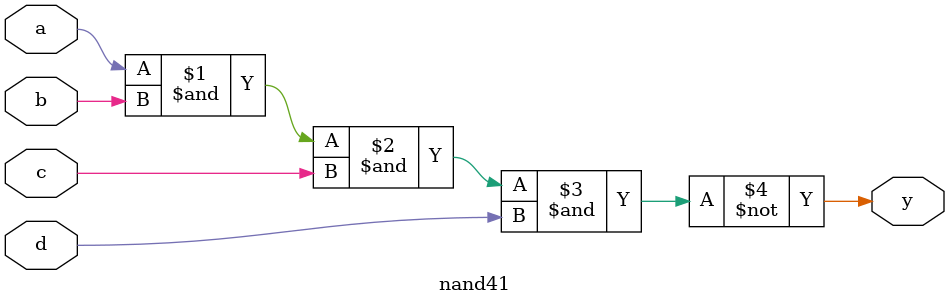
<source format=sv>
module nand41(input logic a, b, c, d,
				  output logic y);
				  
	assign y = ~(a & b & c & d);
	
endmodule

</source>
